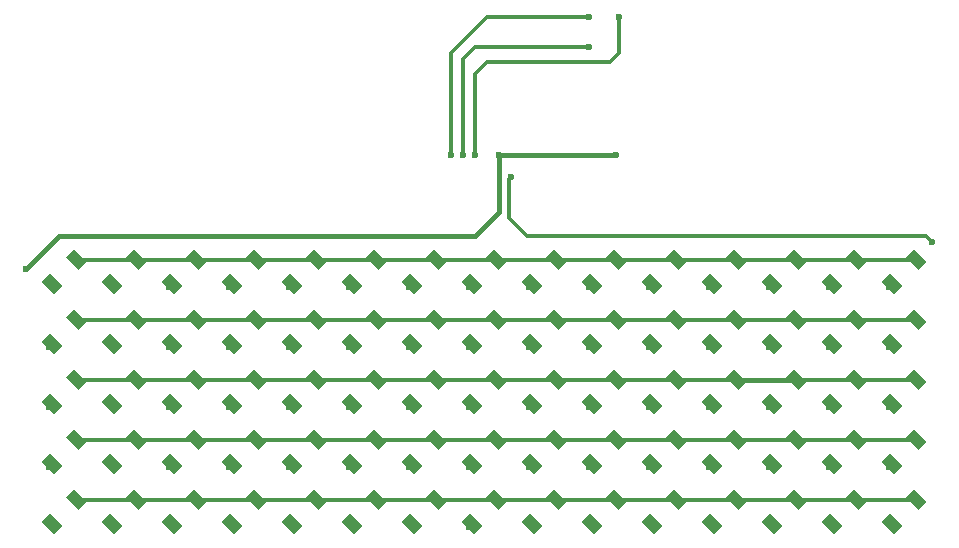
<source format=gbr>
G04 #@! TF.FileFunction,Copper,L1,Top,Signal*
%FSLAX46Y46*%
G04 Gerber Fmt 4.6, Leading zero omitted, Abs format (unit mm)*
G04 Created by KiCad (PCBNEW 4.0.7) date 07/30/18 20:35:16*
%MOMM*%
%LPD*%
G01*
G04 APERTURE LIST*
%ADD10C,0.100000*%
%ADD11C,0.600000*%
%ADD12C,0.406400*%
%ADD13C,0.304800*%
G04 APERTURE END LIST*
D10*
G36*
X171035952Y-117463388D02*
X172096612Y-118524048D01*
X171389506Y-119231154D01*
X170328846Y-118170494D01*
X171035952Y-117463388D01*
X171035952Y-117463388D01*
G37*
G36*
X168970494Y-119528846D02*
X170031154Y-120589506D01*
X169324048Y-121296612D01*
X168263388Y-120235952D01*
X168970494Y-119528846D01*
X168970494Y-119528846D01*
G37*
G36*
X171035952Y-112383388D02*
X172096612Y-113444048D01*
X171389506Y-114151154D01*
X170328846Y-113090494D01*
X171035952Y-112383388D01*
X171035952Y-112383388D01*
G37*
G36*
X168970494Y-114448846D02*
X170031154Y-115509506D01*
X169324048Y-116216612D01*
X168263388Y-115155952D01*
X168970494Y-114448846D01*
X168970494Y-114448846D01*
G37*
G36*
X171035952Y-107303388D02*
X172096612Y-108364048D01*
X171389506Y-109071154D01*
X170328846Y-108010494D01*
X171035952Y-107303388D01*
X171035952Y-107303388D01*
G37*
G36*
X168970494Y-109368846D02*
X170031154Y-110429506D01*
X169324048Y-111136612D01*
X168263388Y-110075952D01*
X168970494Y-109368846D01*
X168970494Y-109368846D01*
G37*
G36*
X171035952Y-102223388D02*
X172096612Y-103284048D01*
X171389506Y-103991154D01*
X170328846Y-102930494D01*
X171035952Y-102223388D01*
X171035952Y-102223388D01*
G37*
G36*
X168970494Y-104288846D02*
X170031154Y-105349506D01*
X169324048Y-106056612D01*
X168263388Y-104995952D01*
X168970494Y-104288846D01*
X168970494Y-104288846D01*
G37*
G36*
X211675952Y-117463388D02*
X212736612Y-118524048D01*
X212029506Y-119231154D01*
X210968846Y-118170494D01*
X211675952Y-117463388D01*
X211675952Y-117463388D01*
G37*
G36*
X209610494Y-119528846D02*
X210671154Y-120589506D01*
X209964048Y-121296612D01*
X208903388Y-120235952D01*
X209610494Y-119528846D01*
X209610494Y-119528846D01*
G37*
G36*
X211675952Y-112383388D02*
X212736612Y-113444048D01*
X212029506Y-114151154D01*
X210968846Y-113090494D01*
X211675952Y-112383388D01*
X211675952Y-112383388D01*
G37*
G36*
X209610494Y-114448846D02*
X210671154Y-115509506D01*
X209964048Y-116216612D01*
X208903388Y-115155952D01*
X209610494Y-114448846D01*
X209610494Y-114448846D01*
G37*
G36*
X211675952Y-107303388D02*
X212736612Y-108364048D01*
X212029506Y-109071154D01*
X210968846Y-108010494D01*
X211675952Y-107303388D01*
X211675952Y-107303388D01*
G37*
G36*
X209610494Y-109368846D02*
X210671154Y-110429506D01*
X209964048Y-111136612D01*
X208903388Y-110075952D01*
X209610494Y-109368846D01*
X209610494Y-109368846D01*
G37*
G36*
X211675952Y-102223388D02*
X212736612Y-103284048D01*
X212029506Y-103991154D01*
X210968846Y-102930494D01*
X211675952Y-102223388D01*
X211675952Y-102223388D01*
G37*
G36*
X209610494Y-104288846D02*
X210671154Y-105349506D01*
X209964048Y-106056612D01*
X208903388Y-104995952D01*
X209610494Y-104288846D01*
X209610494Y-104288846D01*
G37*
G36*
X206595952Y-117463388D02*
X207656612Y-118524048D01*
X206949506Y-119231154D01*
X205888846Y-118170494D01*
X206595952Y-117463388D01*
X206595952Y-117463388D01*
G37*
G36*
X204530494Y-119528846D02*
X205591154Y-120589506D01*
X204884048Y-121296612D01*
X203823388Y-120235952D01*
X204530494Y-119528846D01*
X204530494Y-119528846D01*
G37*
G36*
X206595952Y-112383388D02*
X207656612Y-113444048D01*
X206949506Y-114151154D01*
X205888846Y-113090494D01*
X206595952Y-112383388D01*
X206595952Y-112383388D01*
G37*
G36*
X204530494Y-114448846D02*
X205591154Y-115509506D01*
X204884048Y-116216612D01*
X203823388Y-115155952D01*
X204530494Y-114448846D01*
X204530494Y-114448846D01*
G37*
G36*
X206595952Y-107303388D02*
X207656612Y-108364048D01*
X206949506Y-109071154D01*
X205888846Y-108010494D01*
X206595952Y-107303388D01*
X206595952Y-107303388D01*
G37*
G36*
X204530494Y-109368846D02*
X205591154Y-110429506D01*
X204884048Y-111136612D01*
X203823388Y-110075952D01*
X204530494Y-109368846D01*
X204530494Y-109368846D01*
G37*
G36*
X206595952Y-102223388D02*
X207656612Y-103284048D01*
X206949506Y-103991154D01*
X205888846Y-102930494D01*
X206595952Y-102223388D01*
X206595952Y-102223388D01*
G37*
G36*
X204530494Y-104288846D02*
X205591154Y-105349506D01*
X204884048Y-106056612D01*
X203823388Y-104995952D01*
X204530494Y-104288846D01*
X204530494Y-104288846D01*
G37*
G36*
X201515952Y-117463388D02*
X202576612Y-118524048D01*
X201869506Y-119231154D01*
X200808846Y-118170494D01*
X201515952Y-117463388D01*
X201515952Y-117463388D01*
G37*
G36*
X199450494Y-119528846D02*
X200511154Y-120589506D01*
X199804048Y-121296612D01*
X198743388Y-120235952D01*
X199450494Y-119528846D01*
X199450494Y-119528846D01*
G37*
G36*
X201515952Y-112383388D02*
X202576612Y-113444048D01*
X201869506Y-114151154D01*
X200808846Y-113090494D01*
X201515952Y-112383388D01*
X201515952Y-112383388D01*
G37*
G36*
X199450494Y-114448846D02*
X200511154Y-115509506D01*
X199804048Y-116216612D01*
X198743388Y-115155952D01*
X199450494Y-114448846D01*
X199450494Y-114448846D01*
G37*
G36*
X201515952Y-107303388D02*
X202576612Y-108364048D01*
X201869506Y-109071154D01*
X200808846Y-108010494D01*
X201515952Y-107303388D01*
X201515952Y-107303388D01*
G37*
G36*
X199450494Y-109368846D02*
X200511154Y-110429506D01*
X199804048Y-111136612D01*
X198743388Y-110075952D01*
X199450494Y-109368846D01*
X199450494Y-109368846D01*
G37*
G36*
X201515952Y-102223388D02*
X202576612Y-103284048D01*
X201869506Y-103991154D01*
X200808846Y-102930494D01*
X201515952Y-102223388D01*
X201515952Y-102223388D01*
G37*
G36*
X199450494Y-104288846D02*
X200511154Y-105349506D01*
X199804048Y-106056612D01*
X198743388Y-104995952D01*
X199450494Y-104288846D01*
X199450494Y-104288846D01*
G37*
G36*
X196435952Y-117463388D02*
X197496612Y-118524048D01*
X196789506Y-119231154D01*
X195728846Y-118170494D01*
X196435952Y-117463388D01*
X196435952Y-117463388D01*
G37*
G36*
X194370494Y-119528846D02*
X195431154Y-120589506D01*
X194724048Y-121296612D01*
X193663388Y-120235952D01*
X194370494Y-119528846D01*
X194370494Y-119528846D01*
G37*
G36*
X196435952Y-112383388D02*
X197496612Y-113444048D01*
X196789506Y-114151154D01*
X195728846Y-113090494D01*
X196435952Y-112383388D01*
X196435952Y-112383388D01*
G37*
G36*
X194370494Y-114448846D02*
X195431154Y-115509506D01*
X194724048Y-116216612D01*
X193663388Y-115155952D01*
X194370494Y-114448846D01*
X194370494Y-114448846D01*
G37*
G36*
X196435952Y-107303388D02*
X197496612Y-108364048D01*
X196789506Y-109071154D01*
X195728846Y-108010494D01*
X196435952Y-107303388D01*
X196435952Y-107303388D01*
G37*
G36*
X194370494Y-109368846D02*
X195431154Y-110429506D01*
X194724048Y-111136612D01*
X193663388Y-110075952D01*
X194370494Y-109368846D01*
X194370494Y-109368846D01*
G37*
G36*
X196435952Y-102223388D02*
X197496612Y-103284048D01*
X196789506Y-103991154D01*
X195728846Y-102930494D01*
X196435952Y-102223388D01*
X196435952Y-102223388D01*
G37*
G36*
X194370494Y-104288846D02*
X195431154Y-105349506D01*
X194724048Y-106056612D01*
X193663388Y-104995952D01*
X194370494Y-104288846D01*
X194370494Y-104288846D01*
G37*
G36*
X191355952Y-117463388D02*
X192416612Y-118524048D01*
X191709506Y-119231154D01*
X190648846Y-118170494D01*
X191355952Y-117463388D01*
X191355952Y-117463388D01*
G37*
G36*
X189290494Y-119528846D02*
X190351154Y-120589506D01*
X189644048Y-121296612D01*
X188583388Y-120235952D01*
X189290494Y-119528846D01*
X189290494Y-119528846D01*
G37*
G36*
X191355952Y-112383388D02*
X192416612Y-113444048D01*
X191709506Y-114151154D01*
X190648846Y-113090494D01*
X191355952Y-112383388D01*
X191355952Y-112383388D01*
G37*
G36*
X189290494Y-114448846D02*
X190351154Y-115509506D01*
X189644048Y-116216612D01*
X188583388Y-115155952D01*
X189290494Y-114448846D01*
X189290494Y-114448846D01*
G37*
G36*
X191355952Y-107303388D02*
X192416612Y-108364048D01*
X191709506Y-109071154D01*
X190648846Y-108010494D01*
X191355952Y-107303388D01*
X191355952Y-107303388D01*
G37*
G36*
X189290494Y-109368846D02*
X190351154Y-110429506D01*
X189644048Y-111136612D01*
X188583388Y-110075952D01*
X189290494Y-109368846D01*
X189290494Y-109368846D01*
G37*
G36*
X191355952Y-102223388D02*
X192416612Y-103284048D01*
X191709506Y-103991154D01*
X190648846Y-102930494D01*
X191355952Y-102223388D01*
X191355952Y-102223388D01*
G37*
G36*
X189290494Y-104288846D02*
X190351154Y-105349506D01*
X189644048Y-106056612D01*
X188583388Y-104995952D01*
X189290494Y-104288846D01*
X189290494Y-104288846D01*
G37*
G36*
X186275952Y-117463388D02*
X187336612Y-118524048D01*
X186629506Y-119231154D01*
X185568846Y-118170494D01*
X186275952Y-117463388D01*
X186275952Y-117463388D01*
G37*
G36*
X184210494Y-119528846D02*
X185271154Y-120589506D01*
X184564048Y-121296612D01*
X183503388Y-120235952D01*
X184210494Y-119528846D01*
X184210494Y-119528846D01*
G37*
G36*
X186275952Y-112383388D02*
X187336612Y-113444048D01*
X186629506Y-114151154D01*
X185568846Y-113090494D01*
X186275952Y-112383388D01*
X186275952Y-112383388D01*
G37*
G36*
X184210494Y-114448846D02*
X185271154Y-115509506D01*
X184564048Y-116216612D01*
X183503388Y-115155952D01*
X184210494Y-114448846D01*
X184210494Y-114448846D01*
G37*
G36*
X186275952Y-107303388D02*
X187336612Y-108364048D01*
X186629506Y-109071154D01*
X185568846Y-108010494D01*
X186275952Y-107303388D01*
X186275952Y-107303388D01*
G37*
G36*
X184210494Y-109368846D02*
X185271154Y-110429506D01*
X184564048Y-111136612D01*
X183503388Y-110075952D01*
X184210494Y-109368846D01*
X184210494Y-109368846D01*
G37*
G36*
X186275952Y-102223388D02*
X187336612Y-103284048D01*
X186629506Y-103991154D01*
X185568846Y-102930494D01*
X186275952Y-102223388D01*
X186275952Y-102223388D01*
G37*
G36*
X184210494Y-104288846D02*
X185271154Y-105349506D01*
X184564048Y-106056612D01*
X183503388Y-104995952D01*
X184210494Y-104288846D01*
X184210494Y-104288846D01*
G37*
G36*
X181195952Y-117463388D02*
X182256612Y-118524048D01*
X181549506Y-119231154D01*
X180488846Y-118170494D01*
X181195952Y-117463388D01*
X181195952Y-117463388D01*
G37*
G36*
X179130494Y-119528846D02*
X180191154Y-120589506D01*
X179484048Y-121296612D01*
X178423388Y-120235952D01*
X179130494Y-119528846D01*
X179130494Y-119528846D01*
G37*
G36*
X181195952Y-112383388D02*
X182256612Y-113444048D01*
X181549506Y-114151154D01*
X180488846Y-113090494D01*
X181195952Y-112383388D01*
X181195952Y-112383388D01*
G37*
G36*
X179130494Y-114448846D02*
X180191154Y-115509506D01*
X179484048Y-116216612D01*
X178423388Y-115155952D01*
X179130494Y-114448846D01*
X179130494Y-114448846D01*
G37*
G36*
X181195952Y-107303388D02*
X182256612Y-108364048D01*
X181549506Y-109071154D01*
X180488846Y-108010494D01*
X181195952Y-107303388D01*
X181195952Y-107303388D01*
G37*
G36*
X179130494Y-109368846D02*
X180191154Y-110429506D01*
X179484048Y-111136612D01*
X178423388Y-110075952D01*
X179130494Y-109368846D01*
X179130494Y-109368846D01*
G37*
G36*
X181195952Y-102223388D02*
X182256612Y-103284048D01*
X181549506Y-103991154D01*
X180488846Y-102930494D01*
X181195952Y-102223388D01*
X181195952Y-102223388D01*
G37*
G36*
X179130494Y-104288846D02*
X180191154Y-105349506D01*
X179484048Y-106056612D01*
X178423388Y-104995952D01*
X179130494Y-104288846D01*
X179130494Y-104288846D01*
G37*
G36*
X176115952Y-117463388D02*
X177176612Y-118524048D01*
X176469506Y-119231154D01*
X175408846Y-118170494D01*
X176115952Y-117463388D01*
X176115952Y-117463388D01*
G37*
G36*
X174050494Y-119528846D02*
X175111154Y-120589506D01*
X174404048Y-121296612D01*
X173343388Y-120235952D01*
X174050494Y-119528846D01*
X174050494Y-119528846D01*
G37*
G36*
X176115952Y-112383388D02*
X177176612Y-113444048D01*
X176469506Y-114151154D01*
X175408846Y-113090494D01*
X176115952Y-112383388D01*
X176115952Y-112383388D01*
G37*
G36*
X174050494Y-114448846D02*
X175111154Y-115509506D01*
X174404048Y-116216612D01*
X173343388Y-115155952D01*
X174050494Y-114448846D01*
X174050494Y-114448846D01*
G37*
G36*
X176115952Y-107303388D02*
X177176612Y-108364048D01*
X176469506Y-109071154D01*
X175408846Y-108010494D01*
X176115952Y-107303388D01*
X176115952Y-107303388D01*
G37*
G36*
X174050494Y-109368846D02*
X175111154Y-110429506D01*
X174404048Y-111136612D01*
X173343388Y-110075952D01*
X174050494Y-109368846D01*
X174050494Y-109368846D01*
G37*
G36*
X176115952Y-102223388D02*
X177176612Y-103284048D01*
X176469506Y-103991154D01*
X175408846Y-102930494D01*
X176115952Y-102223388D01*
X176115952Y-102223388D01*
G37*
G36*
X174050494Y-104288846D02*
X175111154Y-105349506D01*
X174404048Y-106056612D01*
X173343388Y-104995952D01*
X174050494Y-104288846D01*
X174050494Y-104288846D01*
G37*
G36*
X165955952Y-117463388D02*
X167016612Y-118524048D01*
X166309506Y-119231154D01*
X165248846Y-118170494D01*
X165955952Y-117463388D01*
X165955952Y-117463388D01*
G37*
G36*
X163890494Y-119528846D02*
X164951154Y-120589506D01*
X164244048Y-121296612D01*
X163183388Y-120235952D01*
X163890494Y-119528846D01*
X163890494Y-119528846D01*
G37*
G36*
X165955952Y-112383388D02*
X167016612Y-113444048D01*
X166309506Y-114151154D01*
X165248846Y-113090494D01*
X165955952Y-112383388D01*
X165955952Y-112383388D01*
G37*
G36*
X163890494Y-114448846D02*
X164951154Y-115509506D01*
X164244048Y-116216612D01*
X163183388Y-115155952D01*
X163890494Y-114448846D01*
X163890494Y-114448846D01*
G37*
G36*
X165955952Y-107303388D02*
X167016612Y-108364048D01*
X166309506Y-109071154D01*
X165248846Y-108010494D01*
X165955952Y-107303388D01*
X165955952Y-107303388D01*
G37*
G36*
X163890494Y-109368846D02*
X164951154Y-110429506D01*
X164244048Y-111136612D01*
X163183388Y-110075952D01*
X163890494Y-109368846D01*
X163890494Y-109368846D01*
G37*
G36*
X165955952Y-102223388D02*
X167016612Y-103284048D01*
X166309506Y-103991154D01*
X165248846Y-102930494D01*
X165955952Y-102223388D01*
X165955952Y-102223388D01*
G37*
G36*
X163890494Y-104288846D02*
X164951154Y-105349506D01*
X164244048Y-106056612D01*
X163183388Y-104995952D01*
X163890494Y-104288846D01*
X163890494Y-104288846D01*
G37*
G36*
X160875952Y-117463388D02*
X161936612Y-118524048D01*
X161229506Y-119231154D01*
X160168846Y-118170494D01*
X160875952Y-117463388D01*
X160875952Y-117463388D01*
G37*
G36*
X158810494Y-119528846D02*
X159871154Y-120589506D01*
X159164048Y-121296612D01*
X158103388Y-120235952D01*
X158810494Y-119528846D01*
X158810494Y-119528846D01*
G37*
G36*
X160875952Y-112383388D02*
X161936612Y-113444048D01*
X161229506Y-114151154D01*
X160168846Y-113090494D01*
X160875952Y-112383388D01*
X160875952Y-112383388D01*
G37*
G36*
X158810494Y-114448846D02*
X159871154Y-115509506D01*
X159164048Y-116216612D01*
X158103388Y-115155952D01*
X158810494Y-114448846D01*
X158810494Y-114448846D01*
G37*
G36*
X160875952Y-107303388D02*
X161936612Y-108364048D01*
X161229506Y-109071154D01*
X160168846Y-108010494D01*
X160875952Y-107303388D01*
X160875952Y-107303388D01*
G37*
G36*
X158810494Y-109368846D02*
X159871154Y-110429506D01*
X159164048Y-111136612D01*
X158103388Y-110075952D01*
X158810494Y-109368846D01*
X158810494Y-109368846D01*
G37*
G36*
X160875952Y-102223388D02*
X161936612Y-103284048D01*
X161229506Y-103991154D01*
X160168846Y-102930494D01*
X160875952Y-102223388D01*
X160875952Y-102223388D01*
G37*
G36*
X158810494Y-104288846D02*
X159871154Y-105349506D01*
X159164048Y-106056612D01*
X158103388Y-104995952D01*
X158810494Y-104288846D01*
X158810494Y-104288846D01*
G37*
G36*
X155795952Y-117463388D02*
X156856612Y-118524048D01*
X156149506Y-119231154D01*
X155088846Y-118170494D01*
X155795952Y-117463388D01*
X155795952Y-117463388D01*
G37*
G36*
X153730494Y-119528846D02*
X154791154Y-120589506D01*
X154084048Y-121296612D01*
X153023388Y-120235952D01*
X153730494Y-119528846D01*
X153730494Y-119528846D01*
G37*
G36*
X155795952Y-112383388D02*
X156856612Y-113444048D01*
X156149506Y-114151154D01*
X155088846Y-113090494D01*
X155795952Y-112383388D01*
X155795952Y-112383388D01*
G37*
G36*
X153730494Y-114448846D02*
X154791154Y-115509506D01*
X154084048Y-116216612D01*
X153023388Y-115155952D01*
X153730494Y-114448846D01*
X153730494Y-114448846D01*
G37*
G36*
X155795952Y-107303388D02*
X156856612Y-108364048D01*
X156149506Y-109071154D01*
X155088846Y-108010494D01*
X155795952Y-107303388D01*
X155795952Y-107303388D01*
G37*
G36*
X153730494Y-109368846D02*
X154791154Y-110429506D01*
X154084048Y-111136612D01*
X153023388Y-110075952D01*
X153730494Y-109368846D01*
X153730494Y-109368846D01*
G37*
G36*
X155795952Y-102223388D02*
X156856612Y-103284048D01*
X156149506Y-103991154D01*
X155088846Y-102930494D01*
X155795952Y-102223388D01*
X155795952Y-102223388D01*
G37*
G36*
X153730494Y-104288846D02*
X154791154Y-105349506D01*
X154084048Y-106056612D01*
X153023388Y-104995952D01*
X153730494Y-104288846D01*
X153730494Y-104288846D01*
G37*
G36*
X150715952Y-117463388D02*
X151776612Y-118524048D01*
X151069506Y-119231154D01*
X150008846Y-118170494D01*
X150715952Y-117463388D01*
X150715952Y-117463388D01*
G37*
G36*
X148650494Y-119528846D02*
X149711154Y-120589506D01*
X149004048Y-121296612D01*
X147943388Y-120235952D01*
X148650494Y-119528846D01*
X148650494Y-119528846D01*
G37*
G36*
X150715952Y-112383388D02*
X151776612Y-113444048D01*
X151069506Y-114151154D01*
X150008846Y-113090494D01*
X150715952Y-112383388D01*
X150715952Y-112383388D01*
G37*
G36*
X148650494Y-114448846D02*
X149711154Y-115509506D01*
X149004048Y-116216612D01*
X147943388Y-115155952D01*
X148650494Y-114448846D01*
X148650494Y-114448846D01*
G37*
G36*
X150715952Y-107303388D02*
X151776612Y-108364048D01*
X151069506Y-109071154D01*
X150008846Y-108010494D01*
X150715952Y-107303388D01*
X150715952Y-107303388D01*
G37*
G36*
X148650494Y-109368846D02*
X149711154Y-110429506D01*
X149004048Y-111136612D01*
X147943388Y-110075952D01*
X148650494Y-109368846D01*
X148650494Y-109368846D01*
G37*
G36*
X150715952Y-102223388D02*
X151776612Y-103284048D01*
X151069506Y-103991154D01*
X150008846Y-102930494D01*
X150715952Y-102223388D01*
X150715952Y-102223388D01*
G37*
G36*
X148650494Y-104288846D02*
X149711154Y-105349506D01*
X149004048Y-106056612D01*
X147943388Y-104995952D01*
X148650494Y-104288846D01*
X148650494Y-104288846D01*
G37*
G36*
X145635952Y-117463388D02*
X146696612Y-118524048D01*
X145989506Y-119231154D01*
X144928846Y-118170494D01*
X145635952Y-117463388D01*
X145635952Y-117463388D01*
G37*
G36*
X143570494Y-119528846D02*
X144631154Y-120589506D01*
X143924048Y-121296612D01*
X142863388Y-120235952D01*
X143570494Y-119528846D01*
X143570494Y-119528846D01*
G37*
G36*
X145635952Y-112383388D02*
X146696612Y-113444048D01*
X145989506Y-114151154D01*
X144928846Y-113090494D01*
X145635952Y-112383388D01*
X145635952Y-112383388D01*
G37*
G36*
X143570494Y-114448846D02*
X144631154Y-115509506D01*
X143924048Y-116216612D01*
X142863388Y-115155952D01*
X143570494Y-114448846D01*
X143570494Y-114448846D01*
G37*
G36*
X145635952Y-107303388D02*
X146696612Y-108364048D01*
X145989506Y-109071154D01*
X144928846Y-108010494D01*
X145635952Y-107303388D01*
X145635952Y-107303388D01*
G37*
G36*
X143570494Y-109368846D02*
X144631154Y-110429506D01*
X143924048Y-111136612D01*
X142863388Y-110075952D01*
X143570494Y-109368846D01*
X143570494Y-109368846D01*
G37*
G36*
X145635952Y-102223388D02*
X146696612Y-103284048D01*
X145989506Y-103991154D01*
X144928846Y-102930494D01*
X145635952Y-102223388D01*
X145635952Y-102223388D01*
G37*
G36*
X143570494Y-104288846D02*
X144631154Y-105349506D01*
X143924048Y-106056612D01*
X142863388Y-104995952D01*
X143570494Y-104288846D01*
X143570494Y-104288846D01*
G37*
G36*
X211675952Y-97143388D02*
X212736612Y-98204048D01*
X212029506Y-98911154D01*
X210968846Y-97850494D01*
X211675952Y-97143388D01*
X211675952Y-97143388D01*
G37*
G36*
X209610494Y-99208846D02*
X210671154Y-100269506D01*
X209964048Y-100976612D01*
X208903388Y-99915952D01*
X209610494Y-99208846D01*
X209610494Y-99208846D01*
G37*
G36*
X206595952Y-97143388D02*
X207656612Y-98204048D01*
X206949506Y-98911154D01*
X205888846Y-97850494D01*
X206595952Y-97143388D01*
X206595952Y-97143388D01*
G37*
G36*
X204530494Y-99208846D02*
X205591154Y-100269506D01*
X204884048Y-100976612D01*
X203823388Y-99915952D01*
X204530494Y-99208846D01*
X204530494Y-99208846D01*
G37*
G36*
X201515952Y-97143388D02*
X202576612Y-98204048D01*
X201869506Y-98911154D01*
X200808846Y-97850494D01*
X201515952Y-97143388D01*
X201515952Y-97143388D01*
G37*
G36*
X199450494Y-99208846D02*
X200511154Y-100269506D01*
X199804048Y-100976612D01*
X198743388Y-99915952D01*
X199450494Y-99208846D01*
X199450494Y-99208846D01*
G37*
G36*
X196435952Y-97143388D02*
X197496612Y-98204048D01*
X196789506Y-98911154D01*
X195728846Y-97850494D01*
X196435952Y-97143388D01*
X196435952Y-97143388D01*
G37*
G36*
X194370494Y-99208846D02*
X195431154Y-100269506D01*
X194724048Y-100976612D01*
X193663388Y-99915952D01*
X194370494Y-99208846D01*
X194370494Y-99208846D01*
G37*
G36*
X191355952Y-97143388D02*
X192416612Y-98204048D01*
X191709506Y-98911154D01*
X190648846Y-97850494D01*
X191355952Y-97143388D01*
X191355952Y-97143388D01*
G37*
G36*
X189290494Y-99208846D02*
X190351154Y-100269506D01*
X189644048Y-100976612D01*
X188583388Y-99915952D01*
X189290494Y-99208846D01*
X189290494Y-99208846D01*
G37*
G36*
X186275952Y-97143388D02*
X187336612Y-98204048D01*
X186629506Y-98911154D01*
X185568846Y-97850494D01*
X186275952Y-97143388D01*
X186275952Y-97143388D01*
G37*
G36*
X184210494Y-99208846D02*
X185271154Y-100269506D01*
X184564048Y-100976612D01*
X183503388Y-99915952D01*
X184210494Y-99208846D01*
X184210494Y-99208846D01*
G37*
G36*
X181195952Y-97143388D02*
X182256612Y-98204048D01*
X181549506Y-98911154D01*
X180488846Y-97850494D01*
X181195952Y-97143388D01*
X181195952Y-97143388D01*
G37*
G36*
X179130494Y-99208846D02*
X180191154Y-100269506D01*
X179484048Y-100976612D01*
X178423388Y-99915952D01*
X179130494Y-99208846D01*
X179130494Y-99208846D01*
G37*
G36*
X176115952Y-97143388D02*
X177176612Y-98204048D01*
X176469506Y-98911154D01*
X175408846Y-97850494D01*
X176115952Y-97143388D01*
X176115952Y-97143388D01*
G37*
G36*
X174050494Y-99208846D02*
X175111154Y-100269506D01*
X174404048Y-100976612D01*
X173343388Y-99915952D01*
X174050494Y-99208846D01*
X174050494Y-99208846D01*
G37*
G36*
X171035952Y-97143388D02*
X172096612Y-98204048D01*
X171389506Y-98911154D01*
X170328846Y-97850494D01*
X171035952Y-97143388D01*
X171035952Y-97143388D01*
G37*
G36*
X168970494Y-99208846D02*
X170031154Y-100269506D01*
X169324048Y-100976612D01*
X168263388Y-99915952D01*
X168970494Y-99208846D01*
X168970494Y-99208846D01*
G37*
G36*
X165955952Y-97143388D02*
X167016612Y-98204048D01*
X166309506Y-98911154D01*
X165248846Y-97850494D01*
X165955952Y-97143388D01*
X165955952Y-97143388D01*
G37*
G36*
X163890494Y-99208846D02*
X164951154Y-100269506D01*
X164244048Y-100976612D01*
X163183388Y-99915952D01*
X163890494Y-99208846D01*
X163890494Y-99208846D01*
G37*
G36*
X160875952Y-97143388D02*
X161936612Y-98204048D01*
X161229506Y-98911154D01*
X160168846Y-97850494D01*
X160875952Y-97143388D01*
X160875952Y-97143388D01*
G37*
G36*
X158810494Y-99208846D02*
X159871154Y-100269506D01*
X159164048Y-100976612D01*
X158103388Y-99915952D01*
X158810494Y-99208846D01*
X158810494Y-99208846D01*
G37*
G36*
X155795952Y-97143388D02*
X156856612Y-98204048D01*
X156149506Y-98911154D01*
X155088846Y-97850494D01*
X155795952Y-97143388D01*
X155795952Y-97143388D01*
G37*
G36*
X153730494Y-99208846D02*
X154791154Y-100269506D01*
X154084048Y-100976612D01*
X153023388Y-99915952D01*
X153730494Y-99208846D01*
X153730494Y-99208846D01*
G37*
G36*
X150715952Y-97143388D02*
X151776612Y-98204048D01*
X151069506Y-98911154D01*
X150008846Y-97850494D01*
X150715952Y-97143388D01*
X150715952Y-97143388D01*
G37*
G36*
X148650494Y-99208846D02*
X149711154Y-100269506D01*
X149004048Y-100976612D01*
X147943388Y-99915952D01*
X148650494Y-99208846D01*
X148650494Y-99208846D01*
G37*
G36*
X145635952Y-97143388D02*
X146696612Y-98204048D01*
X145989506Y-98911154D01*
X144928846Y-97850494D01*
X145635952Y-97143388D01*
X145635952Y-97143388D01*
G37*
G36*
X143570494Y-99208846D02*
X144631154Y-100269506D01*
X143924048Y-100976612D01*
X142863388Y-99915952D01*
X143570494Y-99208846D01*
X143570494Y-99208846D01*
G37*
G36*
X140555952Y-117463388D02*
X141616612Y-118524048D01*
X140909506Y-119231154D01*
X139848846Y-118170494D01*
X140555952Y-117463388D01*
X140555952Y-117463388D01*
G37*
G36*
X138490494Y-119528846D02*
X139551154Y-120589506D01*
X138844048Y-121296612D01*
X137783388Y-120235952D01*
X138490494Y-119528846D01*
X138490494Y-119528846D01*
G37*
G36*
X140555952Y-112383388D02*
X141616612Y-113444048D01*
X140909506Y-114151154D01*
X139848846Y-113090494D01*
X140555952Y-112383388D01*
X140555952Y-112383388D01*
G37*
G36*
X138490494Y-114448846D02*
X139551154Y-115509506D01*
X138844048Y-116216612D01*
X137783388Y-115155952D01*
X138490494Y-114448846D01*
X138490494Y-114448846D01*
G37*
G36*
X140555952Y-107303388D02*
X141616612Y-108364048D01*
X140909506Y-109071154D01*
X139848846Y-108010494D01*
X140555952Y-107303388D01*
X140555952Y-107303388D01*
G37*
G36*
X138490494Y-109368846D02*
X139551154Y-110429506D01*
X138844048Y-111136612D01*
X137783388Y-110075952D01*
X138490494Y-109368846D01*
X138490494Y-109368846D01*
G37*
G36*
X140555952Y-102223388D02*
X141616612Y-103284048D01*
X140909506Y-103991154D01*
X139848846Y-102930494D01*
X140555952Y-102223388D01*
X140555952Y-102223388D01*
G37*
G36*
X138490494Y-104288846D02*
X139551154Y-105349506D01*
X138844048Y-106056612D01*
X137783388Y-104995952D01*
X138490494Y-104288846D01*
X138490494Y-104288846D01*
G37*
G36*
X140555952Y-97143388D02*
X141616612Y-98204048D01*
X140909506Y-98911154D01*
X139848846Y-97850494D01*
X140555952Y-97143388D01*
X140555952Y-97143388D01*
G37*
G36*
X138490494Y-99208846D02*
X139551154Y-100269506D01*
X138844048Y-100976612D01*
X137783388Y-99915952D01*
X138490494Y-99208846D01*
X138490494Y-99208846D01*
G37*
D11*
X186436000Y-89154000D03*
X136525000Y-98790000D03*
X176530000Y-89154000D03*
X140732729Y-103107271D03*
X143764000Y-100076000D03*
X143764000Y-105156000D03*
X143764000Y-110236000D03*
X143764000Y-115316000D03*
X143764000Y-120396000D03*
X213233000Y-96520000D03*
X177546000Y-91059000D03*
X140732729Y-98027271D03*
X138684000Y-120396000D03*
X138430000Y-115570000D03*
X138430000Y-110490000D03*
X138667271Y-100092729D03*
X138430000Y-105410000D03*
X140732729Y-108187271D03*
X140732729Y-113267271D03*
X140716000Y-118237000D03*
X148590000Y-100330000D03*
X148590000Y-105410000D03*
X148590000Y-110490000D03*
X148590000Y-115570000D03*
X148844000Y-120396000D03*
X153924000Y-120396000D03*
X153670000Y-100330000D03*
X153670000Y-105410000D03*
X153670000Y-110490000D03*
X153670000Y-115570000D03*
X158750000Y-100330000D03*
X158750000Y-105410000D03*
X158750000Y-110490000D03*
X158750000Y-115570000D03*
X159004000Y-120396000D03*
X163830000Y-100330000D03*
X163830000Y-105410000D03*
X163830000Y-110490000D03*
X163830000Y-115570000D03*
X164084000Y-120396000D03*
X168910000Y-100330000D03*
X168910000Y-105410000D03*
X168910000Y-110490000D03*
X168910000Y-115570000D03*
X169164000Y-120396000D03*
X173990000Y-120650000D03*
X173990000Y-100330000D03*
X173990000Y-105410000D03*
X173990000Y-110490000D03*
X173990000Y-115570000D03*
X179070000Y-100330000D03*
X179070000Y-105410000D03*
X179070000Y-110490000D03*
X179070000Y-115570000D03*
X179324000Y-120396000D03*
X184150000Y-100330000D03*
X184150000Y-105410000D03*
X184150000Y-110490000D03*
X184150000Y-115570000D03*
X184404000Y-120650000D03*
X189230000Y-110490000D03*
X189230000Y-100330000D03*
X189230000Y-105410000D03*
X189484000Y-120396000D03*
X189230000Y-115570000D03*
X194310000Y-100330000D03*
X194310000Y-105410000D03*
X194310000Y-110490000D03*
X194310000Y-115570000D03*
X194564000Y-120396000D03*
X199390000Y-100330000D03*
X199390000Y-105410000D03*
X199644000Y-120396000D03*
X199390000Y-110490000D03*
X199390000Y-115570000D03*
X204470000Y-100330000D03*
X204470000Y-105410000D03*
X204470000Y-110490000D03*
X204724000Y-120396000D03*
X204470000Y-115570000D03*
X209550000Y-100330000D03*
X209550000Y-105410000D03*
X209550000Y-110490000D03*
X209550000Y-115570000D03*
X209804000Y-120396000D03*
X184150000Y-80010000D03*
X173482000Y-89154000D03*
X184150000Y-77470000D03*
X172466000Y-89154000D03*
X186690000Y-77470000D03*
X174498000Y-89154000D03*
D12*
X176530000Y-89154000D02*
X186436000Y-89154000D01*
X176530000Y-93980000D02*
X176530000Y-89154000D01*
X174498000Y-96012000D02*
X176530000Y-93980000D01*
X139303000Y-96012000D02*
X174498000Y-96012000D01*
X136525000Y-98790000D02*
X139303000Y-96012000D01*
D13*
X211852729Y-103107271D02*
X206772729Y-103107271D01*
X206772729Y-103107271D02*
X201692729Y-103107271D01*
X201692729Y-103107271D02*
X196612729Y-103107271D01*
X196612729Y-103107271D02*
X191532729Y-103107271D01*
X191532729Y-103107271D02*
X186452729Y-103107271D01*
X186452729Y-103107271D02*
X181372729Y-103107271D01*
X181372729Y-103107271D02*
X176292729Y-103107271D01*
X176292729Y-103107271D02*
X171212729Y-103107271D01*
X171212729Y-103107271D02*
X166132729Y-103107271D01*
X166132729Y-103107271D02*
X161052729Y-103107271D01*
X161052729Y-103107271D02*
X155972729Y-103107271D01*
X155972729Y-103107271D02*
X150892729Y-103107271D01*
X150892729Y-103107271D02*
X145812729Y-103107271D01*
X145812729Y-103107271D02*
X140732729Y-103107271D01*
X143764000Y-100076000D02*
X143747271Y-100092729D01*
X143764000Y-105156000D02*
X143747271Y-105172729D01*
X143764000Y-110236000D02*
X143747271Y-110252729D01*
X143764000Y-115316000D02*
X143747271Y-115332729D01*
X143764000Y-120396000D02*
X143747271Y-120412729D01*
X212725000Y-96012000D02*
X213233000Y-96520000D01*
X178943000Y-96012000D02*
X212725000Y-96012000D01*
X177419000Y-94488000D02*
X178943000Y-96012000D01*
X177419000Y-91186000D02*
X177419000Y-94488000D01*
X177546000Y-91059000D02*
X177419000Y-91186000D01*
X145812729Y-98027271D02*
X140732729Y-98027271D01*
X176292729Y-98027271D02*
X181372729Y-98027271D01*
X181372729Y-98027271D02*
X186452729Y-98027271D01*
X186452729Y-98027271D02*
X191532729Y-98027271D01*
X191532729Y-98027271D02*
X196612729Y-98027271D01*
X196612729Y-98027271D02*
X201692729Y-98027271D01*
X201692729Y-98027271D02*
X206772729Y-98027271D01*
X206772729Y-98027271D02*
X211852729Y-98027271D01*
X171212729Y-98027271D02*
X176292729Y-98027271D01*
X166132729Y-98027271D02*
X171212729Y-98027271D01*
X161052729Y-98027271D02*
X166132729Y-98027271D01*
X155972729Y-98027271D02*
X161052729Y-98027271D01*
X150892729Y-98027271D02*
X155972729Y-98027271D01*
X145812729Y-98027271D02*
X150892729Y-98027271D01*
X138684000Y-120396000D02*
X138667271Y-120412729D01*
X138430000Y-115570000D02*
X138667271Y-115332729D01*
X138430000Y-110490000D02*
X138667271Y-110252729D01*
X138430000Y-105410000D02*
X138667271Y-105172729D01*
X138684000Y-120396000D02*
X138667271Y-120412729D01*
D12*
X196612729Y-108187271D02*
X201692729Y-108187271D01*
D13*
X145812729Y-108187271D02*
X140732729Y-108187271D01*
X150892729Y-108187271D02*
X155972729Y-108187271D01*
X155972729Y-108187271D02*
X161052729Y-108187271D01*
X161052729Y-108187271D02*
X166132729Y-108187271D01*
X166132729Y-108187271D02*
X171212729Y-108187271D01*
X171212729Y-108187271D02*
X176292729Y-108187271D01*
X176292729Y-108187271D02*
X181372729Y-108187271D01*
X181372729Y-108187271D02*
X186452729Y-108187271D01*
X186452729Y-108187271D02*
X191532729Y-108187271D01*
X191532729Y-108187271D02*
X201692729Y-108187271D01*
X201692729Y-108187271D02*
X206772729Y-108187271D01*
X206772729Y-108187271D02*
X211852729Y-108187271D01*
X145812729Y-108187271D02*
X150892729Y-108187271D01*
X145812729Y-113267271D02*
X140732729Y-113267271D01*
X211852729Y-113267271D02*
X206772729Y-113267271D01*
X206772729Y-113267271D02*
X201692729Y-113267271D01*
X201692729Y-113267271D02*
X196612729Y-113267271D01*
X196612729Y-113267271D02*
X191532729Y-113267271D01*
X191532729Y-113267271D02*
X186452729Y-113267271D01*
X186452729Y-113267271D02*
X181372729Y-113267271D01*
X181372729Y-113267271D02*
X176292729Y-113267271D01*
X176292729Y-113267271D02*
X171212729Y-113267271D01*
X171212729Y-113267271D02*
X166132729Y-113267271D01*
X166132729Y-113267271D02*
X161052729Y-113267271D01*
X161052729Y-113267271D02*
X155972729Y-113267271D01*
X155972729Y-113267271D02*
X150892729Y-113267271D01*
X150892729Y-113267271D02*
X145812729Y-113267271D01*
X171212729Y-118347271D02*
X176292729Y-118347271D01*
X176292729Y-118347271D02*
X181372729Y-118347271D01*
X181372729Y-118347271D02*
X186452729Y-118347271D01*
X186452729Y-118347271D02*
X191532729Y-118347271D01*
X191532729Y-118347271D02*
X196612729Y-118347271D01*
X196612729Y-118347271D02*
X201692729Y-118347271D01*
X201692729Y-118347271D02*
X206772729Y-118347271D01*
X206772729Y-118347271D02*
X211852729Y-118347271D01*
X166132729Y-118347271D02*
X171212729Y-118347271D01*
X161052729Y-118347271D02*
X166132729Y-118347271D01*
X150892729Y-118347271D02*
X155972729Y-118347271D01*
X155972729Y-118347271D02*
X161052729Y-118347271D01*
X140732729Y-118347271D02*
X145812729Y-118347271D01*
X145812729Y-118347271D02*
X150892729Y-118347271D01*
X211946271Y-118347271D02*
X211852729Y-118347271D01*
X206866271Y-118347271D02*
X206772729Y-118347271D01*
X201786271Y-118347271D02*
X201692729Y-118347271D01*
X196706271Y-118347271D02*
X196612729Y-118347271D01*
X191626271Y-118347271D02*
X191532729Y-118347271D01*
X186546271Y-118347271D02*
X186452729Y-118347271D01*
X181466271Y-118347271D02*
X181372729Y-118347271D01*
X176386271Y-118347271D02*
X176292729Y-118347271D01*
X171306271Y-118347271D02*
X171212729Y-118347271D01*
X166226271Y-118347271D02*
X166132729Y-118347271D01*
X161146271Y-118347271D02*
X161052729Y-118347271D01*
X156066271Y-118347271D02*
X155972729Y-118347271D01*
X150986271Y-118347271D02*
X150892729Y-118347271D01*
X145906271Y-118347271D02*
X145812729Y-118347271D01*
X140716000Y-118237000D02*
X140732729Y-118253729D01*
X140732729Y-118253729D02*
X140732729Y-118347271D01*
X148590000Y-100330000D02*
X148827271Y-100092729D01*
X148590000Y-105410000D02*
X148827271Y-105172729D01*
X148590000Y-110490000D02*
X148827271Y-110252729D01*
X148590000Y-115570000D02*
X148827271Y-115332729D01*
X148844000Y-120396000D02*
X148827271Y-120412729D01*
X153924000Y-120396000D02*
X153907271Y-120412729D01*
X153670000Y-100330000D02*
X153907271Y-100092729D01*
X153670000Y-105410000D02*
X153907271Y-105172729D01*
X153670000Y-110490000D02*
X153907271Y-110252729D01*
X153670000Y-115570000D02*
X153907271Y-115332729D01*
X158750000Y-100330000D02*
X158987271Y-100092729D01*
X158750000Y-105410000D02*
X158987271Y-105172729D01*
X158750000Y-110490000D02*
X158987271Y-110252729D01*
X158750000Y-115570000D02*
X158987271Y-115332729D01*
X159004000Y-120396000D02*
X158987271Y-120412729D01*
X163830000Y-100330000D02*
X164067271Y-100092729D01*
X163830000Y-105410000D02*
X164067271Y-105172729D01*
X163830000Y-110490000D02*
X164067271Y-110252729D01*
X163830000Y-115570000D02*
X164067271Y-115332729D01*
X164084000Y-120396000D02*
X164067271Y-120412729D01*
X168910000Y-100330000D02*
X169147271Y-100092729D01*
X168910000Y-105410000D02*
X169147271Y-105172729D01*
X168910000Y-110490000D02*
X169147271Y-110252729D01*
X168910000Y-115570000D02*
X169147271Y-115332729D01*
X169164000Y-120396000D02*
X169147271Y-120412729D01*
X173990000Y-120650000D02*
X174227271Y-120412729D01*
X173990000Y-100330000D02*
X174227271Y-100092729D01*
X173990000Y-105410000D02*
X174227271Y-105172729D01*
X173990000Y-110490000D02*
X174227271Y-110252729D01*
X173990000Y-115570000D02*
X174227271Y-115332729D01*
X179070000Y-100330000D02*
X179307271Y-100092729D01*
X179070000Y-105410000D02*
X179307271Y-105172729D01*
X179070000Y-110490000D02*
X179307271Y-110252729D01*
X179070000Y-115570000D02*
X179307271Y-115332729D01*
X179324000Y-120396000D02*
X179307271Y-120412729D01*
X184150000Y-100330000D02*
X184387271Y-100092729D01*
X184150000Y-105410000D02*
X184387271Y-105172729D01*
X184150000Y-110490000D02*
X184387271Y-110252729D01*
X184150000Y-115570000D02*
X184387271Y-115332729D01*
X184404000Y-120650000D02*
X184387271Y-120633271D01*
X184387271Y-120633271D02*
X184387271Y-120412729D01*
D12*
X189230000Y-110490000D02*
X189467271Y-110252729D01*
D13*
X189230000Y-100330000D02*
X189467271Y-100092729D01*
X189230000Y-105410000D02*
X189467271Y-105172729D01*
X189484000Y-120396000D02*
X189467271Y-120412729D01*
X189230000Y-115570000D02*
X189467271Y-115332729D01*
X194310000Y-100330000D02*
X194547271Y-100092729D01*
X194310000Y-105410000D02*
X194547271Y-105172729D01*
X194310000Y-110490000D02*
X194547271Y-110252729D01*
X194310000Y-115570000D02*
X194547271Y-115332729D01*
X194564000Y-120396000D02*
X194547271Y-120412729D01*
X199390000Y-100330000D02*
X199627271Y-100092729D01*
X199390000Y-105410000D02*
X199627271Y-105172729D01*
X199644000Y-120396000D02*
X199627271Y-120412729D01*
X199390000Y-110490000D02*
X199627271Y-110252729D01*
X199390000Y-115570000D02*
X199627271Y-115332729D01*
X204470000Y-100330000D02*
X204707271Y-100092729D01*
X204470000Y-105410000D02*
X204707271Y-105172729D01*
X204470000Y-110490000D02*
X204707271Y-110252729D01*
X204724000Y-120396000D02*
X204707271Y-120412729D01*
X204470000Y-115570000D02*
X204707271Y-115332729D01*
X209550000Y-100330000D02*
X209787271Y-100092729D01*
X209550000Y-105410000D02*
X209787271Y-105172729D01*
X209550000Y-110490000D02*
X209787271Y-110252729D01*
X209550000Y-115570000D02*
X209787271Y-115332729D01*
X209804000Y-120396000D02*
X209787271Y-120412729D01*
X174498000Y-80010000D02*
X184150000Y-80010000D01*
X173482000Y-81026000D02*
X174498000Y-80010000D01*
X173482000Y-83566000D02*
X173482000Y-81026000D01*
X173482000Y-89154000D02*
X173482000Y-83566000D01*
X175514000Y-77470000D02*
X184150000Y-77470000D01*
X172466000Y-80518000D02*
X175514000Y-77470000D01*
X172466000Y-89154000D02*
X172466000Y-80518000D01*
X186690000Y-80518000D02*
X186690000Y-77470000D01*
X185928000Y-81280000D02*
X186690000Y-80518000D01*
X175514000Y-81280000D02*
X185928000Y-81280000D01*
X174498000Y-82296000D02*
X175514000Y-81280000D01*
X174498000Y-85852000D02*
X174498000Y-82296000D01*
X174498000Y-89154000D02*
X174498000Y-85852000D01*
M02*

</source>
